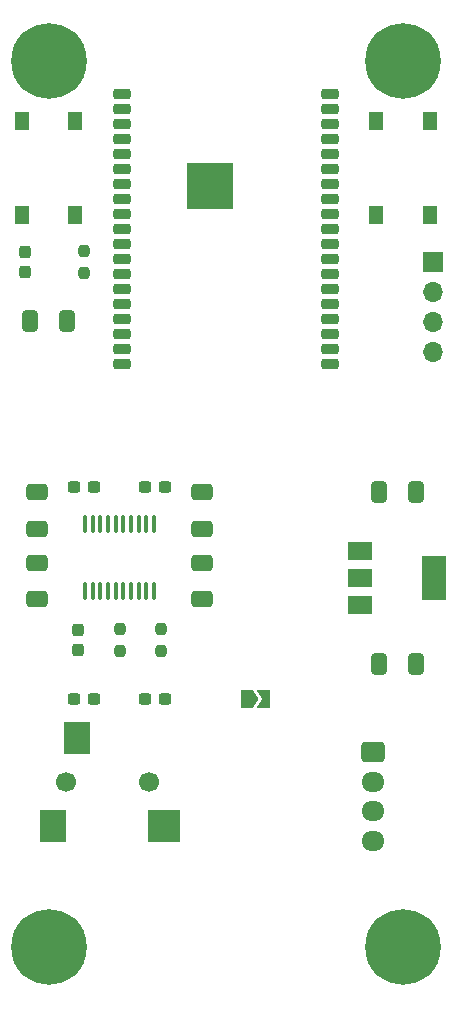
<source format=gbr>
%TF.GenerationSoftware,KiCad,Pcbnew,(6.0.0)*%
%TF.CreationDate,2022-10-20T10:52:43+02:00*%
%TF.ProjectId,ESP-input,4553502d-696e-4707-9574-2e6b69636164,rev?*%
%TF.SameCoordinates,Original*%
%TF.FileFunction,Soldermask,Top*%
%TF.FilePolarity,Negative*%
%FSLAX46Y46*%
G04 Gerber Fmt 4.6, Leading zero omitted, Abs format (unit mm)*
G04 Created by KiCad (PCBNEW (6.0.0)) date 2022-10-20 10:52:43*
%MOMM*%
%LPD*%
G01*
G04 APERTURE LIST*
G04 Aperture macros list*
%AMRoundRect*
0 Rectangle with rounded corners*
0 $1 Rounding radius*
0 $2 $3 $4 $5 $6 $7 $8 $9 X,Y pos of 4 corners*
0 Add a 4 corners polygon primitive as box body*
4,1,4,$2,$3,$4,$5,$6,$7,$8,$9,$2,$3,0*
0 Add four circle primitives for the rounded corners*
1,1,$1+$1,$2,$3*
1,1,$1+$1,$4,$5*
1,1,$1+$1,$6,$7*
1,1,$1+$1,$8,$9*
0 Add four rect primitives between the rounded corners*
20,1,$1+$1,$2,$3,$4,$5,0*
20,1,$1+$1,$4,$5,$6,$7,0*
20,1,$1+$1,$6,$7,$8,$9,0*
20,1,$1+$1,$8,$9,$2,$3,0*%
%AMFreePoly0*
4,1,6,1.000000,0.000000,0.500000,-0.750000,-0.500000,-0.750000,-0.500000,0.750000,0.500000,0.750000,1.000000,0.000000,1.000000,0.000000,$1*%
%AMFreePoly1*
4,1,6,0.500000,-0.750000,-0.650000,-0.750000,-0.150000,0.000000,-0.650000,0.750000,0.500000,0.750000,0.500000,-0.750000,0.500000,-0.750000,$1*%
G04 Aperture macros list end*
%ADD10RoundRect,0.250000X-0.725000X0.600000X-0.725000X-0.600000X0.725000X-0.600000X0.725000X0.600000X0*%
%ADD11O,1.950000X1.700000*%
%ADD12RoundRect,0.213900X-0.511100X-0.251100X0.511100X-0.251100X0.511100X0.251100X-0.511100X0.251100X0*%
%ADD13RoundRect,0.213900X0.511100X0.251100X-0.511100X0.251100X-0.511100X-0.251100X0.511100X-0.251100X0*%
%ADD14R,4.000000X4.000000*%
%ADD15RoundRect,0.237500X-0.237500X0.250000X-0.237500X-0.250000X0.237500X-0.250000X0.237500X0.250000X0*%
%ADD16R,2.000000X1.500000*%
%ADD17R,2.000000X3.800000*%
%ADD18C,0.800000*%
%ADD19C,6.400000*%
%ADD20RoundRect,0.100000X0.100000X-0.637500X0.100000X0.637500X-0.100000X0.637500X-0.100000X-0.637500X0*%
%ADD21RoundRect,0.237500X-0.237500X0.300000X-0.237500X-0.300000X0.237500X-0.300000X0.237500X0.300000X0*%
%ADD22R,1.300000X1.550000*%
%ADD23RoundRect,0.250000X-0.650000X0.412500X-0.650000X-0.412500X0.650000X-0.412500X0.650000X0.412500X0*%
%ADD24RoundRect,0.250000X0.412500X0.650000X-0.412500X0.650000X-0.412500X-0.650000X0.412500X-0.650000X0*%
%ADD25RoundRect,0.237500X0.300000X0.237500X-0.300000X0.237500X-0.300000X-0.237500X0.300000X-0.237500X0*%
%ADD26R,1.700000X1.700000*%
%ADD27O,1.700000X1.700000*%
%ADD28RoundRect,0.250000X-0.412500X-0.650000X0.412500X-0.650000X0.412500X0.650000X-0.412500X0.650000X0*%
%ADD29C,1.700000*%
%ADD30R,2.200000X2.800000*%
%ADD31R,2.800000X2.800000*%
%ADD32RoundRect,0.250000X0.650000X-0.412500X0.650000X0.412500X-0.650000X0.412500X-0.650000X-0.412500X0*%
%ADD33FreePoly0,0.000000*%
%ADD34FreePoly1,0.000000*%
G04 APERTURE END LIST*
D10*
%TO.C,J2*%
X107467500Y-133500000D03*
D11*
X107467500Y-136000000D03*
X107467500Y-138500000D03*
X107467500Y-141000000D03*
%TD*%
D12*
%TO.C,A1*%
X86190000Y-77740000D03*
X86190000Y-79010000D03*
X86190000Y-80280000D03*
X86190000Y-81550000D03*
X86190000Y-82820000D03*
X86190000Y-84090000D03*
X86190000Y-85360000D03*
X86190000Y-86630000D03*
X86190000Y-87900000D03*
X86190000Y-89170000D03*
X86190000Y-90440000D03*
X86190000Y-91710000D03*
X86190000Y-92980000D03*
X86190000Y-94250000D03*
X86190000Y-95520000D03*
X86190000Y-96790000D03*
X86190000Y-98060000D03*
X86190000Y-99330000D03*
X86190000Y-100600000D03*
D13*
X103810000Y-100600000D03*
X103810000Y-99330000D03*
X103810000Y-98060000D03*
X103810000Y-96790000D03*
X103810000Y-95520000D03*
X103810000Y-94250000D03*
X103810000Y-92980000D03*
X103810000Y-91710000D03*
X103810000Y-90440000D03*
X103810000Y-89170000D03*
X103810000Y-87900000D03*
X103810000Y-86630000D03*
X103810000Y-85360000D03*
X103810000Y-84090000D03*
X103810000Y-82820000D03*
X103810000Y-81550000D03*
X103810000Y-80280000D03*
X103810000Y-79010000D03*
X103810000Y-77740000D03*
D14*
X93620000Y-85530000D03*
%TD*%
D15*
%TO.C,R1*%
X83000000Y-91087500D03*
X83000000Y-92912500D03*
%TD*%
D16*
%TO.C,U2*%
X106350000Y-116450000D03*
X106350000Y-118750000D03*
D17*
X112650000Y-118750000D03*
D16*
X106350000Y-121050000D03*
%TD*%
D18*
%TO.C,REF\u002A\u002A*%
X81697056Y-151697056D03*
X78302944Y-148302944D03*
X81697056Y-148302944D03*
X82400000Y-150000000D03*
X80000000Y-147600000D03*
X78302944Y-151697056D03*
D19*
X80000000Y-150000000D03*
D18*
X80000000Y-152400000D03*
X77600000Y-150000000D03*
%TD*%
D20*
%TO.C,U1*%
X83075000Y-114137500D03*
X83725000Y-114137500D03*
X84375000Y-114137500D03*
X85025000Y-114137500D03*
X85675000Y-114137500D03*
X86325000Y-114137500D03*
X86975000Y-114137500D03*
X87625000Y-114137500D03*
X88275000Y-114137500D03*
X88925000Y-114137500D03*
X88925000Y-119862500D03*
X88275000Y-119862500D03*
X87625000Y-119862500D03*
X86975000Y-119862500D03*
X86325000Y-119862500D03*
X85675000Y-119862500D03*
X85025000Y-119862500D03*
X84375000Y-119862500D03*
X83725000Y-119862500D03*
X83075000Y-119862500D03*
%TD*%
D21*
%TO.C,C3*%
X82500000Y-124862500D03*
X82500000Y-123137500D03*
%TD*%
D22*
%TO.C,SW2*%
X112250000Y-80025000D03*
X112250000Y-87975000D03*
X107750000Y-80025000D03*
X107750000Y-87975000D03*
%TD*%
D23*
%TO.C,C10*%
X93000000Y-114562500D03*
X93000000Y-111437500D03*
%TD*%
D24*
%TO.C,C4*%
X81562500Y-97000000D03*
X78437500Y-97000000D03*
%TD*%
D18*
%TO.C,REF\u002A\u002A*%
X108302944Y-148302944D03*
X110000000Y-152400000D03*
X108302944Y-151697056D03*
X111697056Y-151697056D03*
D19*
X110000000Y-150000000D03*
D18*
X111697056Y-148302944D03*
X112400000Y-150000000D03*
X110000000Y-147600000D03*
X107600000Y-150000000D03*
%TD*%
D25*
%TO.C,C11*%
X82137500Y-129000000D03*
X83862500Y-129000000D03*
%TD*%
D26*
%TO.C,J3*%
X112500000Y-91950000D03*
D27*
X112500000Y-94490000D03*
X112500000Y-97030000D03*
X112500000Y-99570000D03*
%TD*%
D28*
%TO.C,C14*%
X107937500Y-126000000D03*
X111062500Y-126000000D03*
%TD*%
D25*
%TO.C,C12*%
X88137500Y-129000000D03*
X89862500Y-129000000D03*
%TD*%
D18*
%TO.C,REF\u002A\u002A*%
X111697056Y-73302944D03*
X111697056Y-76697056D03*
X112400000Y-75000000D03*
X107600000Y-75000000D03*
X108302944Y-76697056D03*
D19*
X110000000Y-75000000D03*
D18*
X110000000Y-72600000D03*
X110000000Y-77400000D03*
X108302944Y-73302944D03*
%TD*%
D22*
%TO.C,SW1*%
X77750000Y-80025000D03*
X77750000Y-87975000D03*
X82250000Y-80025000D03*
X82250000Y-87975000D03*
%TD*%
D25*
%TO.C,C5*%
X82137500Y-111000000D03*
X83862500Y-111000000D03*
%TD*%
D28*
%TO.C,C15*%
X111062500Y-111500000D03*
X107937500Y-111500000D03*
%TD*%
D18*
%TO.C,REF\u002A\u002A*%
X82400000Y-75000000D03*
X77600000Y-75000000D03*
X81697056Y-76697056D03*
X80000000Y-72600000D03*
X78302944Y-73302944D03*
X78302944Y-76697056D03*
D19*
X80000000Y-75000000D03*
D18*
X81697056Y-73302944D03*
X80000000Y-77400000D03*
%TD*%
D15*
%TO.C,R2*%
X86000000Y-124912500D03*
X86000000Y-123087500D03*
%TD*%
D29*
%TO.C,J1*%
X81500000Y-136000000D03*
X88500000Y-136000000D03*
D30*
X82400000Y-132300000D03*
X80400000Y-139700000D03*
D31*
X89800000Y-139700000D03*
%TD*%
D32*
%TO.C,C9*%
X79000000Y-117437500D03*
X79000000Y-120562500D03*
%TD*%
D15*
%TO.C,R3*%
X89500000Y-124912500D03*
X89500000Y-123087500D03*
%TD*%
D21*
%TO.C,C7*%
X78000000Y-91137500D03*
X78000000Y-92862500D03*
%TD*%
D33*
%TO.C,JP1*%
X96775000Y-129000000D03*
D34*
X98225000Y-129000000D03*
%TD*%
D23*
%TO.C,C2*%
X93000000Y-120562500D03*
X93000000Y-117437500D03*
%TD*%
%TO.C,C8*%
X79000000Y-114562500D03*
X79000000Y-111437500D03*
%TD*%
D25*
%TO.C,C13*%
X88137500Y-111000000D03*
X89862500Y-111000000D03*
%TD*%
M02*

</source>
